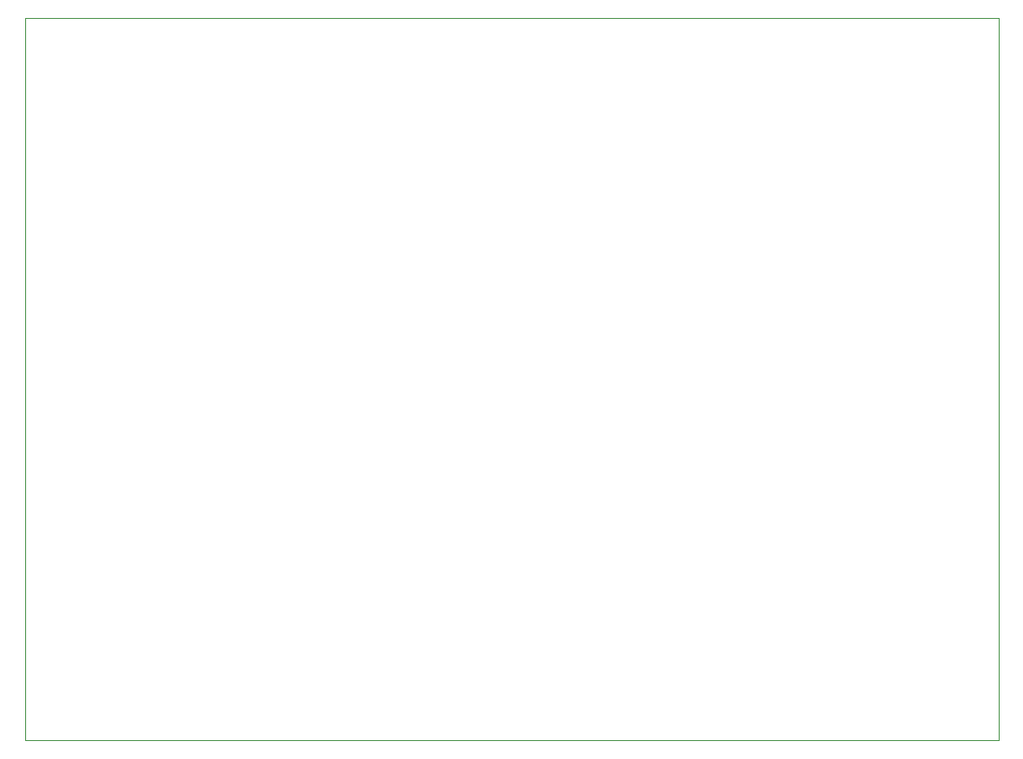
<source format=gbr>
G04 #@! TF.FileFunction,Profile,NP*
%FSLAX46Y46*%
G04 Gerber Fmt 4.6, Leading zero omitted, Abs format (unit mm)*
G04 Created by KiCad (PCBNEW (2015-06-24 BZR 5814)-product) date Tue Mar 14 22:56:28 2017*
%MOMM*%
G01*
G04 APERTURE LIST*
%ADD10C,0.100000*%
G04 APERTURE END LIST*
D10*
X48000000Y-86000000D02*
X48000000Y-154000000D01*
X139700000Y-86000000D02*
X48000000Y-86000000D01*
X139700000Y-154000000D02*
X139700000Y-86000000D01*
X48000000Y-154000000D02*
X139700000Y-154000000D01*
M02*

</source>
